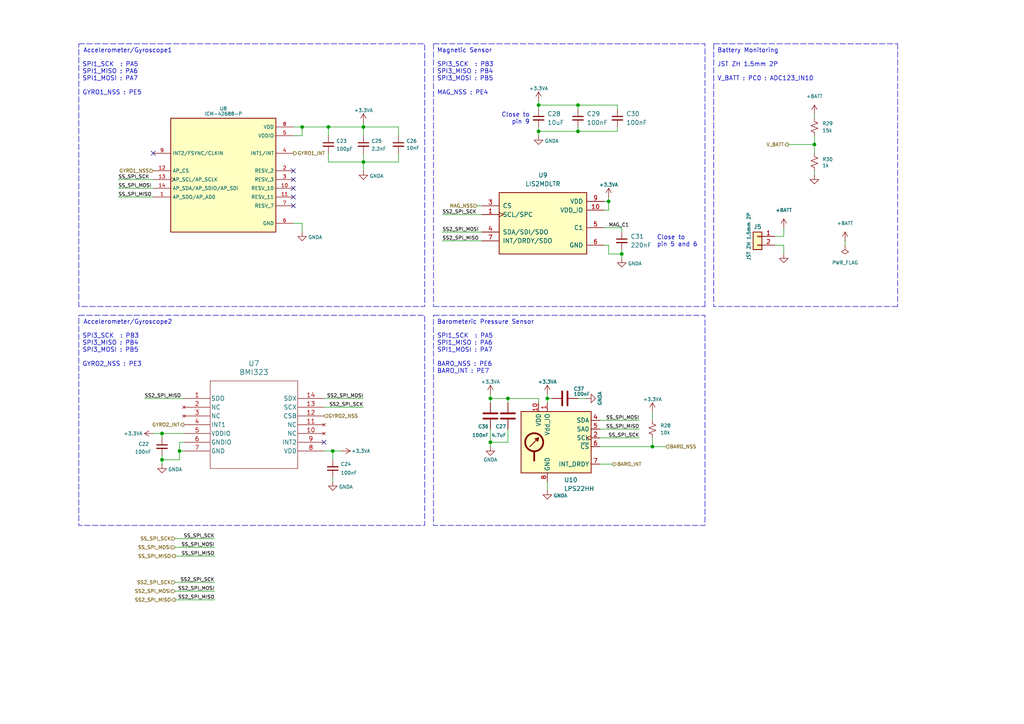
<source format=kicad_sch>
(kicad_sch (version 20250114) (generator "eeschema") (generator_version "9.0")
  (paper "A4")
  (title_block (title "Sensors") (date "2025-04-13") (rev "A") (company "NARAE") (comment 1 "INHA Univ. Areo-modelling Club") (comment 2 "2024 Winter UAV Project ") (comment 3 "Reversion 2"))
  (lib_symbols
    (symbol "+BATT_3" (power) (pin_numbers (hide yes)) (pin_names (offset 0) (hide yes))
      (property "Value" "+BATT" (at 0 3.556 0))
      (symbol "+BATT_3_0_1"
        (polyline (pts (xy -0.762 1.27) (xy 0 2.54)))
        (polyline (pts (xy 0 2.54) (xy 0.762 1.27)))
        (polyline (pts (xy 0 0) (xy 0 2.54)))
      )
      (symbol "+BATT_3_1_1"
        (pin power_in line (at 0 0 90) (length 0) (name "~") (number "1"))
      )
    )
    (symbol "BMI323:BMI323" (pin_names (offset 0.254))
      (property "Reference" "U6" (at 20.32 10.16 0))
      (property "Value" "BMI323" (at 20.32 7.62 0))
      (symbol "BMI323_0_1"
        (polyline (pts (xy 7.62 5.08) (xy 7.62 -20.32)) (stroke (width 0.127)))
        (polyline (pts (xy 7.62 -20.32) (xy 33.02 -20.32)) (stroke (width 0.127)))
        (polyline (pts (xy 33.02 5.08) (xy 7.62 5.08)) (stroke (width 0.127)))
        (polyline (pts (xy 33.02 -20.32) (xy 33.02 5.08)) (stroke (width 0.127)))
        (pin bidirectional line (at 0 0 0) (length 7.62) (name "SDO") (number "1"))
        (pin no_connect line (at 0 -2.54 0) (length 7.62) (name "NC") (number "2"))
        (pin no_connect line (at 0 -5.08 0) (length 7.62) (name "NC") (number "3"))
        (pin bidirectional line (at 0 -7.62 0) (length 7.62) (name "INT1") (number "4"))
        (pin power_in line (at 0 -10.16 0) (length 7.62) (name "VDDIO") (number "5"))
        (pin power_in line (at 0 -12.7 0) (length 7.62) (name "GNDIO") (number "6"))
        (pin bidirectional line (at 40.64 0 180) (length 7.62) (name "SDX") (number "14"))
        (pin input line (at 40.64 -2.54 180) (length 7.62) (name "SCX") (number "13"))
        (pin input line (at 40.64 -5.08 180) (length 7.62) (name "CSB") (number "12"))
        (pin no_connect line (at 40.64 -7.62 180) (length 7.62) (name "NC") (number "11"))
        (pin no_connect line (at 40.64 -10.16 180) (length 7.62) (name "NC") (number "10"))
        (pin bidirectional line (at 40.64 -12.7 180) (length 7.62) (name "INT2") (number "9"))
        (pin power_in line (at 40.64 -15.24 180) (length 7.62) (name "VDD") (number "8"))
      )
      (symbol "BMI323_1_1"
        (pin power_in line (at 0 -15.24 0) (length 7.62) (name "GND") (number "7"))
      )
    )
    (symbol "Connector_Generic:Conn_01x02" (pin_names (offset 1.016) (hide yes))
      (property "Reference" "J" (at 0 2.54 0))
      (property "Value" "Conn_01x02" (at 0 -5.08 0))
      (symbol "Conn_01x02_1_1"
        (rectangle (start -1.27 1.27) (end 1.27 -3.81) (stroke (width 0.254)) (fill (type background)))
        (rectangle (start -1.27 0.127) (end 0 -0.127) (stroke (width 0.1524)))
        (rectangle (start -1.27 -2.413) (end 0 -2.667) (stroke (width 0.1524)))
        (pin passive line (at -5.08 0 0) (length 3.81) (name "Pin_1") (number "1"))
        (pin passive line (at -5.08 -2.54 0) (length 3.81) (name "Pin_2") (number "2"))
      )
    )
    (symbol "Device:C" (pin_numbers (hide yes)) (pin_names (offset 0.254))
      (property "Reference" "C" (at 0.635 2.54 0))
      (property "Value" "C" (at 0.635 -2.54 0))
      (symbol "C_0_1"
        (polyline (pts (xy -2.032 0.762) (xy 2.032 0.762)) (stroke (width 0.508)))
        (polyline (pts (xy -2.032 -0.762) (xy 2.032 -0.762)) (stroke (width 0.508)))
      )
      (symbol "C_1_1"
        (pin passive line (at 0 3.81 270) (length 2.794) (name "~") (number "1"))
        (pin passive line (at 0 -3.81 90) (length 2.794) (name "~") (number "2"))
      )
    )
    (symbol "Device:C_Small" (pin_numbers (hide yes)) (pin_names (offset 0.254) (hide yes))
      (property "Reference" "C" (at 0.254 1.778 0))
      (property "Value" "C_Small" (at 0.254 -2.032 0))
      (symbol "C_Small_0_1"
        (polyline (pts (xy -1.524 0.508) (xy 1.524 0.508)) (stroke (width 0.3048)))
        (polyline (pts (xy -1.524 -0.508) (xy 1.524 -0.508)) (stroke (width 0.3302)))
      )
      (symbol "C_Small_1_1"
        (pin passive line (at 0 2.54 270) (length 2.032) (name "~") (number "1"))
        (pin passive line (at 0 -2.54 90) (length 2.032) (name "~") (number "2"))
      )
    )
    (symbol "Device:R_Small_US" (pin_numbers (hide yes)) (pin_names (offset 0.254) (hide yes))
      (property "Reference" "R" (at 0.762 0.508 0))
      (property "Value" "R_Small_US" (at 0.762 -1.016 0))
      (symbol "R_Small_US_1_1"
        (polyline (pts (xy 0 1.524) (xy 1.016 1.143) (xy 0 0.762) (xy -1.016 0.381) (xy 0 0)))
        (polyline (pts (xy 0 0) (xy 1.016 -0.381) (xy 0 -0.762) (xy -1.016 -1.143) (xy 0 -1.524)))
        (pin passive line (at 0 2.54 270) (length 1.016) (name "~") (number "1"))
        (pin passive line (at 0 -2.54 90) (length 1.016) (name "~") (number "2"))
      )
    )
    (symbol "ICM-42688-P:ICM-42688-P_COMPACT"
      (property "Reference" "U" (at -0.254 18.542 0))
      (symbol "ICM-42688-P_COMPACT_0_0"
        (rectangle (start -15.24 16.51) (end 15.24 -16.51) (stroke (width 0.254)) (fill (type background)))
        (pin bidirectional line (at -20.32 6.35 0) (length 5.08) (name "INT2/FSYNC/CLKIN") (number "9"))
        (pin input line (at -20.32 1.27 0) (length 5.08) (name "AP_CS") (number "12"))
        (pin input clock (at -20.32 -1.27 0) (length 5.08) (name "AP_SCL/AP_SCLK") (number "13"))
        (pin bidirectional line (at -20.32 -3.81 0) (length 5.08) (name "AP_SDA/AP_SDIO/AP_SDI") (number "14"))
        (pin bidirectional line (at -20.32 -6.35 0) (length 5.08) (name "AP_SDO/AP_AD0") (number "1"))
        (pin power_in line (at 20.32 13.97 180) (length 5.08) (name "VDD") (number "8"))
        (pin power_in line (at 20.32 11.43 180) (length 5.08) (name "VDDIO") (number "5"))
        (pin output line (at 20.32 6.35 180) (length 5.08) (name "INT1/INT") (number "4"))
        (pin passive line (at 20.32 1.27 180) (length 5.08) (name "RESV_2") (number "2"))
        (pin passive line (at 20.32 -1.27 180) (length 5.08) (name "RESV_3") (number "3"))
        (pin passive line (at 20.32 -3.81 180) (length 5.08) (name "RESV_10") (number "10"))
        (pin passive line (at 20.32 -6.35 180) (length 5.08) (name "RESV_11") (number "11"))
        (pin passive line (at 20.32 -8.89 180) (length 5.08) (name "RESV_7") (number "7"))
        (pin power_in line (at 20.32 -13.97 180) (length 5.08) (name "GND") (number "6"))
      )
    )
    (symbol "LIS2MDLTR:LIS2MDLTR" (pin_names (offset 1.016))
      (property "Reference" "U5" (at 0 13.97 0))
      (property "Value" "LIS2MDLTR" (at 0 11.43 0))
      (symbol "LIS2MDLTR_0_0"
        (rectangle (start -12.7 8.89) (end 12.7 -8.89) (stroke (width 0.254)) (fill (type background)))
        (pin input line (at -17.78 5.08 0) (length 5.08) (name "CS") (number "3"))
        (pin input clock (at -17.78 2.54 0) (length 5.08) (name "SCL/SPC") (number "1"))
        (pin bidirectional line (at -17.78 -2.54 0) (length 5.08) (name "SDA/SDI/SDO") (number "4"))
        (pin bidirectional line (at -17.78 -5.08 0) (length 5.08) (name "INT/DRDY/SDO") (number "7"))
        (pin no_connect line (at -2.54 -13.97 90) (length 5.08) (hide yes) (name "NC1") (number "2"))
        (pin no_connect line (at 0 -13.97 90) (length 5.08) (hide yes) (name "NC2") (number "11"))
        (pin no_connect line (at 2.54 -13.97 90) (length 5.08) (hide yes) (name "NC3") (number "12"))
        (pin power_in line (at 17.78 6.35 180) (length 5.08) (name "VDD") (number "9"))
        (pin power_in line (at 17.78 3.81 180) (length 5.08) (name "VDD_IO") (number "10"))
        (pin passive line (at 17.78 -1.27 180) (length 5.08) (name "C1") (number "5"))
        (pin power_in line (at 17.78 -6.35 180) (length 5.08) (name "GND") (number "6"))
        (pin power_in line (at 17.78 -6.35 180) (length 5.08) (hide yes) (name "GND") (number "8"))
      )
    )
    (symbol "Sensor_Pressure:LPS22HH"
      (property "Reference" "U" (at -11.43 1.27 0))
      (property "Value" "LPS22HH" (at -11.43 -1.27 0))
      (symbol "LPS22HH_0_1"
        (rectangle (start -10.16 10.16) (end 10.16 -7.62) (stroke (width 0.254)) (fill (type background)))
        (polyline (pts (xy -7.62 0) (xy -5.08 2.54)) (stroke (width 0.254)))
        (circle (center -6.35 1.27) (radius 2.6162) (stroke (width 0.508)))
        (polyline (pts (xy -6.35 -1.524) (xy -6.35 -4.064)) (stroke (width 0.508)))
        (polyline (pts (xy -5.08 2.54) (xy -5.334 1.524) (xy -6.096 2.286) (xy -5.08 2.54)) (stroke (width 0.254)) (fill (type outline)))
      )
      (symbol "LPS22HH_1_1"
        (pin power_in line (at -5.08 12.7 270) (length 2.54) (name "VDD") (number "10"))
        (pin power_in line (at -2.54 12.7 270) (length 2.54) (name "Vdd_IO") (number "1"))
        (pin passive line (at -2.54 -10.16 90) (length 2.54) (hide yes) (name "GND") (number "3"))
        (pin power_in line (at -2.54 -10.16 90) (length 2.54) (name "GND") (number "8"))
        (pin passive line (at -2.54 -10.16 90) (length 2.54) (hide yes) (name "GND") (number "9"))
        (pin bidirectional line (at 12.7 7.62 180) (length 2.54) (name "SDA") (number "4"))
        (pin input line (at 12.7 5.08 180) (length 2.54) (name "SA0") (number "5"))
        (pin input clock (at 12.7 2.54 180) (length 2.54) (name "SCL") (number "2"))
        (pin input line (at 12.7 0 180) (length 2.54) (name "~{CS}") (number "6"))
        (pin output line (at 12.7 -5.08 180) (length 2.54) (name "INT_DRDY") (number "7"))
      )
    )
    (symbol "power:+3.3VA" (power) (pin_numbers (hide yes)) (pin_names (offset 0) (hide yes))
      (property "Value" "+3.3VA" (at 0 3.556 0))
      (symbol "+3.3VA_0_1"
        (polyline (pts (xy -0.762 1.27) (xy 0 2.54)))
        (polyline (pts (xy 0 2.54) (xy 0.762 1.27)))
        (polyline (pts (xy 0 0) (xy 0 2.54)))
      )
      (symbol "+3.3VA_1_1"
        (pin power_in line (at 0 0 90) (length 0) (name "~") (number "1"))
      )
    )
    (symbol "power:+BATT" (power) (pin_numbers (hide yes)) (pin_names (offset 0) (hide yes))
      (property "Value" "+BATT" (at 0 3.556 0))
      (symbol "+BATT_0_1"
        (polyline (pts (xy -0.762 1.27) (xy 0 2.54)))
        (polyline (pts (xy 0 2.54) (xy 0.762 1.27)))
        (polyline (pts (xy 0 0) (xy 0 2.54)))
      )
      (symbol "+BATT_1_1"
        (pin power_in line (at 0 0 90) (length 0) (name "~") (number "1"))
      )
    )
    (symbol "power:GND" (power) (pin_numbers (hide yes)) (pin_names (offset 0) (hide yes))
      (property "Value" "GND" (at 0 -3.81 0))
      (symbol "GND_0_1"
        (polyline (pts (xy 0 0) (xy 0 -1.27) (xy 1.27 -1.27) (xy 0 -2.54) (xy -1.27 -1.27) (xy 0 -1.27)))
      )
      (symbol "GND_1_1"
        (pin power_in line (at 0 0 270) (length 0) (name "~") (number "1"))
      )
    )
    (symbol "power:GNDA" (power) (pin_numbers (hide yes)) (pin_names (offset 0) (hide yes))
      (property "Value" "GNDA" (at 0 -3.81 0))
      (symbol "GNDA_0_1"
        (polyline (pts (xy 0 0) (xy 0 -1.27) (xy 1.27 -1.27) (xy 0 -2.54) (xy -1.27 -1.27) (xy 0 -1.27)))
      )
      (symbol "GNDA_1_1"
        (pin power_in line (at 0 0 270) (length 0) (name "~") (number "1"))
      )
    )
    (symbol "power:PWR_FLAG" (power) (pin_numbers (hide yes)) (pin_names (offset 0) (hide yes))
      (property "Value" "PWR_FLAG" (at 0 3.81 0))
      (symbol "PWR_FLAG_0_0"
        (pin power_out line (at 0 0 90) (length 0) (name "~") (number "1"))
      )
      (symbol "PWR_FLAG_0_1"
        (polyline (pts (xy 0 0) (xy 0 1.27) (xy -1.016 1.905) (xy 0 2.54) (xy 1.016 1.905) (xy 0 1.27)))
      )
    )
  )
  (rectangle (start 125.73 91.44) (end 204.47 152.4) (stroke (width 0) (type dash)))
  (rectangle (start 22.86 12.7) (end 123.19 88.9) (stroke (width 0) (type dash)))
  (rectangle (start 22.86 91.44) (end 123.19 152.4) (stroke (width 0) (type dash)))
  (text "Close to\npin 9" (at 153.67 36.195 0) (effects (font (size 1.27 1.27)) (justify right bottom)))
  (text "Magnetic Sensor" (at 126.746 15.494 0) (effects (font (size 1.27 1.27)) (justify left bottom)))
  (text "Barometeric Pressure Sensor" (at 126.746 94.234 0) (effects (font (size 1.27 1.27)) (justify left bottom)))
  (text "Battery Monitoring" (at 208.026 15.494 0) (effects (font (size 1.27 1.27)) (justify left bottom)))
  (text "Accelerometer/Gyroscope1" (at 24.13 15.494 0) (effects (font (size 1.27 1.27)) (justify left bottom)))
  (text "SPI3_SCK  : PB3\nSPI3_MISO : PB4\nSPI3_MOSI : PB5\n\nGYRO2_NSS : PE3" (at 23.876 96.774 0) (effects (font (size 1.27 1.27)) (justify left top)))
  (text "SPI1_SCK  : PA5\nSPI1_MISO : PA6\nSPI1_MOSI : PA7\n\nBARO_NSS : PE6\nBARO_INT : PE7" (at 126.746 96.774 0) (effects (font (size 1.27 1.27)) (justify left top)))
  (text "JST ZH 1.5mm 2P\n\nV_BATT : PC0 : ADC123_IN10" (at 208.026 18.034 0) (effects (font (size 1.27 1.27)) (justify left top)))
  (text "SPI1_SCK  : PA5\nSPI1_MISO : PA6\nSPI1_MOSI : PA7\n\nGYRO1_NSS : PE5" (at 23.876 18.034 0) (effects (font (size 1.27 1.27)) (justify left top)))
  (text "Accelerometer/Gyroscope2" (at 24.13 94.234 0) (effects (font (size 1.27 1.27)) (justify left bottom)))
  (text "Close to\npin 5 and 6" (at 190.5 71.755 0) (effects (font (size 1.27 1.27)) (justify left bottom)))
  (text "SPI3_SCK  : PB3\nSPI3_MISO : PB4\nSPI3_MOSI : PB5\n\nMAG_NSS : PE4" (at 126.746 18.034 0) (effects (font (size 1.27 1.27)) (justify left top)))
  (junction (at 46.99 125.73))
  (junction (at 176.53 58.42))
  (junction (at 96.52 130.81))
  (junction (at 105.41 36.83))
  (junction (at 180.34 73.66))
  (junction (at 236.22 41.91))
  (junction (at 105.41 46.99))
  (junction (at 87.63 36.83))
  (junction (at 189.23 129.54))
  (junction (at 167.64 38.1))
  (junction (at 46.99 133.35))
  (junction (at 158.75 115.57))
  (junction (at 147.32 115.57))
  (junction (at 142.24 115.57))
  (junction (at 156.21 38.1))
  (junction (at 142.24 128.27))
  (junction (at 167.64 30.48))
  (junction (at 52.07 130.81))
  (junction (at 156.21 30.48))
  (junction (at 95.25 36.83))
  (no_connect (at 85.09 54.61))
  (no_connect (at 93.98 128.27))
  (no_connect (at 85.09 52.07))
  (no_connect (at 85.09 59.69))
  (no_connect (at 44.45 44.45))
  (no_connect (at 85.09 49.53))
  (no_connect (at 85.09 57.15))
  (wire (pts (xy 85.09 64.77) (xy 87.63 64.77)))
  (wire (pts (xy 179.07 36.83) (xy 179.07 38.1)))
  (wire (pts (xy 50.8 158.75) (xy 62.23 158.75)))
  (wire (pts (xy 52.07 130.81) (xy 52.07 133.35)))
  (wire (pts (xy 236.22 49.53) (xy 236.22 50.8)))
  (wire (pts (xy 142.24 114.3) (xy 142.24 115.57)))
  (polyline (pts (xy 260.35 12.7) (xy 260.35 88.9)) (stroke (width 0) (type dash)))
  (wire (pts (xy 142.24 115.57) (xy 147.32 115.57)))
  (wire (pts (xy 105.41 44.45) (xy 105.41 46.99)))
  (wire (pts (xy 189.23 129.54) (xy 193.04 129.54)))
  (polyline (pts (xy 125.73 88.9) (xy 204.47 88.9)) (stroke (width 0) (type dash)))
  (wire (pts (xy 95.25 44.45) (xy 95.25 46.99)))
  (wire (pts (xy 175.26 60.96) (xy 176.53 60.96)))
  (wire (pts (xy 147.32 115.57) (xy 156.21 115.57)))
  (polyline (pts (xy 125.73 12.7) (xy 125.73 88.9)) (stroke (width 0) (type dash)))
  (wire (pts (xy 105.41 36.83) (xy 105.41 39.37)))
  (wire (pts (xy 176.53 58.42) (xy 176.53 60.96)))
  (wire (pts (xy 236.22 41.91) (xy 236.22 44.45)))
  (wire (pts (xy 245.11 69.85) (xy 245.11 71.12)))
  (wire (pts (xy 173.99 121.92) (xy 185.42 121.92)))
  (wire (pts (xy 128.27 67.31) (xy 139.7 67.31)))
  (wire (pts (xy 158.75 114.3) (xy 158.75 115.57)))
  (wire (pts (xy 179.07 31.75) (xy 179.07 30.48)))
  (wire (pts (xy 34.29 57.15) (xy 44.45 57.15)))
  (wire (pts (xy 95.25 36.83) (xy 95.25 39.37)))
  (wire (pts (xy 236.22 41.91) (xy 228.6 41.91)))
  (wire (pts (xy 175.26 71.12) (xy 176.53 71.12)))
  (wire (pts (xy 167.64 38.1) (xy 156.21 38.1)))
  (wire (pts (xy 52.07 130.81) (xy 53.34 130.81)))
  (wire (pts (xy 50.8 161.29) (xy 62.23 161.29)))
  (wire (pts (xy 41.91 115.57) (xy 53.34 115.57)))
  (wire (pts (xy 167.64 115.57) (xy 170.18 115.57)))
  (wire (pts (xy 227.33 66.04) (xy 227.33 68.58)))
  (wire (pts (xy 173.99 129.54) (xy 189.23 129.54)))
  (wire (pts (xy 85.09 36.83) (xy 87.63 36.83)))
  (wire (pts (xy 95.25 46.99) (xy 105.41 46.99)))
  (wire (pts (xy 176.53 71.12) (xy 176.53 73.66)))
  (wire (pts (xy 227.33 71.12) (xy 227.33 73.66)))
  (wire (pts (xy 95.25 36.83) (xy 105.41 36.83)))
  (wire (pts (xy 93.98 118.11) (xy 105.41 118.11)))
  (polyline (pts (xy 207.01 12.7) (xy 260.35 12.7)) (stroke (width 0) (type dash)))
  (wire (pts (xy 96.52 130.81) (xy 96.52 133.35)))
  (wire (pts (xy 53.34 128.27) (xy 52.07 128.27)))
  (wire (pts (xy 236.22 39.37) (xy 236.22 41.91)))
  (wire (pts (xy 180.34 66.04) (xy 180.34 67.31)))
  (wire (pts (xy 87.63 36.83) (xy 87.63 39.37)))
  (wire (pts (xy 142.24 128.27) (xy 142.24 129.54)))
  (wire (pts (xy 50.8 156.21) (xy 62.23 156.21)))
  (wire (pts (xy 115.57 46.99) (xy 115.57 44.45)))
  (wire (pts (xy 185.42 124.46) (xy 173.99 124.46)))
  (wire (pts (xy 50.8 168.91) (xy 62.23 168.91)))
  (polyline (pts (xy 207.01 12.7) (xy 207.01 88.9)) (stroke (width 0) (type dash)))
  (wire (pts (xy 138.43 59.69) (xy 139.7 59.69)))
  (wire (pts (xy 173.99 134.62) (xy 177.8 134.62)))
  (wire (pts (xy 156.21 30.48) (xy 156.21 31.75)))
  (polyline (pts (xy 204.47 88.9) (xy 204.47 12.7)) (stroke (width 0) (type dash)))
  (wire (pts (xy 46.99 132.08) (xy 46.99 133.35)))
  (wire (pts (xy 52.07 128.27) (xy 52.07 130.81)))
  (wire (pts (xy 46.99 133.35) (xy 46.99 134.62)))
  (wire (pts (xy 167.64 38.1) (xy 179.07 38.1)))
  (wire (pts (xy 185.42 127) (xy 173.99 127)))
  (wire (pts (xy 93.98 115.57) (xy 105.41 115.57)))
  (wire (pts (xy 34.29 52.07) (xy 44.45 52.07)))
  (wire (pts (xy 158.75 139.7) (xy 158.75 142.24)))
  (wire (pts (xy 147.32 124.46) (xy 147.32 128.27)))
  (wire (pts (xy 189.23 119.38) (xy 189.23 121.92)))
  (wire (pts (xy 85.09 39.37) (xy 87.63 39.37)))
  (wire (pts (xy 128.27 69.85) (xy 139.7 69.85)))
  (wire (pts (xy 175.26 58.42) (xy 176.53 58.42)))
  (wire (pts (xy 180.34 73.66) (xy 180.34 74.93)))
  (wire (pts (xy 93.98 130.81) (xy 96.52 130.81)))
  (wire (pts (xy 105.41 35.56) (xy 105.41 36.83)))
  (wire (pts (xy 158.75 115.57) (xy 160.02 115.57)))
  (wire (pts (xy 156.21 38.1) (xy 156.21 39.37)))
  (polyline (pts (xy 125.73 12.7) (xy 204.47 12.7)) (stroke (width 0) (type dash)))
  (wire (pts (xy 142.24 124.46) (xy 142.24 128.27)))
  (wire (pts (xy 156.21 29.21) (xy 156.21 30.48)))
  (wire (pts (xy 128.27 62.23) (xy 139.7 62.23)))
  (wire (pts (xy 46.99 125.73) (xy 46.99 127)))
  (wire (pts (xy 50.8 171.45) (xy 62.23 171.45)))
  (wire (pts (xy 176.53 57.15) (xy 176.53 58.42)))
  (wire (pts (xy 156.21 30.48) (xy 167.64 30.48)))
  (wire (pts (xy 167.64 30.48) (xy 167.64 31.75)))
  (wire (pts (xy 176.53 73.66) (xy 180.34 73.66)))
  (wire (pts (xy 105.41 46.99) (xy 105.41 49.53)))
  (wire (pts (xy 236.22 33.02) (xy 236.22 34.29)))
  (wire (pts (xy 167.64 30.48) (xy 179.07 30.48)))
  (wire (pts (xy 156.21 36.83) (xy 156.21 38.1)))
  (wire (pts (xy 105.41 46.99) (xy 115.57 46.99)))
  (wire (pts (xy 224.79 71.12) (xy 227.33 71.12)))
  (polyline (pts (xy 260.35 88.9) (xy 207.01 88.9)) (stroke (width 0) (type dash)))
  (wire (pts (xy 46.99 133.35) (xy 52.07 133.35)))
  (wire (pts (xy 105.41 36.83) (xy 115.57 36.83)))
  (wire (pts (xy 115.57 36.83) (xy 115.57 39.37)))
  (wire (pts (xy 87.63 64.77) (xy 87.63 67.31)))
  (wire (pts (xy 156.21 116.84) (xy 156.21 115.57)))
  (wire (pts (xy 34.29 54.61) (xy 44.45 54.61)))
  (wire (pts (xy 167.64 36.83) (xy 167.64 38.1)))
  (wire (pts (xy 224.79 68.58) (xy 227.33 68.58)))
  (wire (pts (xy 142.24 116.84) (xy 142.24 115.57)))
  (wire (pts (xy 175.26 66.04) (xy 180.34 66.04)))
  (wire (pts (xy 87.63 36.83) (xy 95.25 36.83)))
  (wire (pts (xy 142.24 128.27) (xy 147.32 128.27)))
  (wire (pts (xy 147.32 115.57) (xy 147.32 116.84)))
  (wire (pts (xy 46.99 125.73) (xy 53.34 125.73)))
  (wire (pts (xy 180.34 72.39) (xy 180.34 73.66)))
  (wire (pts (xy 44.45 125.73) (xy 46.99 125.73)))
  (wire (pts (xy 50.8 173.99) (xy 62.23 173.99)))
  (wire (pts (xy 96.52 138.43) (xy 96.52 139.7)))
  (wire (pts (xy 158.75 115.57) (xy 158.75 116.84)))
  (wire (pts (xy 96.52 130.81) (xy 99.06 130.81)))
  (wire (pts (xy 189.23 127) (xy 189.23 129.54)))
  (label "SS2_SPI_MOSI" (at 62.23 171.45 180) (effects (font (size 1 1))))
  (label "SS_SPI_SCK" (at 62.23 156.21 180) (effects (font (size 1 1))))
  (label "SS2_SPI_MOSI" (at 105.41 115.57 180) (effects (font (size 1 1))))
  (label "SS_SPI_MOSI" (at 34.29 54.61 0) (effects (font (size 1 1))))
  (label "SS2_SPI_MOSI" (at 128.27 67.31 0) (effects (font (size 1 1))))
  (label "SS2_SPI_MISO" (at 128.27 69.85 0) (effects (font (size 1 1))))
  (label "MAG_C1" (at 176.53 66.04 0) (effects (font (size 1 1))))
  (label "SS2_SPI_SCK" (at 128.27 62.23 0) (effects (font (size 1 1))))
  (label "SS_SPI_SCK" (at 185.42 127 180) (effects (font (size 1 1))))
  (label "SS_SPI_MISO" (at 185.42 124.46 180) (effects (font (size 1 1))))
  (label "SS_SPI_MOSI" (at 185.42 121.92 180) (effects (font (size 1 1))))
  (label "SS2_SPI_SCK" (at 62.23 168.91 180) (effects (font (size 1 1))))
  (label "SS_SPI_SCK" (at 34.29 52.07 0) (effects (font (size 1 1))))
  (label "SS_SPI_MISO" (at 62.23 161.29 180) (effects (font (size 1 1))))
  (label "SS2_SPI_MISO" (at 62.23 173.99 180) (effects (font (size 1 1))))
  (label "SS2_SPI_MISO" (at 41.91 115.57 0) (effects (font (size 1 1))))
  (label "SS_SPI_MISO" (at 34.29 57.15 0) (effects (font (size 1 1))))
  (label "SS_SPI_MOSI" (at 62.23 158.75 180) (effects (font (size 1 1))))
  (label "SS2_SPI_SCK" (at 105.41 118.11 180) (effects (font (size 1 1))))
  (hierarchical_label "SS2_SPI_SCK" (shape input) (at 50.8 168.91 180) (effects (font (size 1 1))))
  (hierarchical_label "BARO_INT" (shape output) (at 177.8 134.62 0) (effects (font (size 1 1))))
  (hierarchical_label "GYRO2_NSS" (shape input) (at 93.98 120.65 0) (effects (font (size 1 1))))
  (hierarchical_label "GYRO1_INT" (shape output) (at 85.09 44.45 0) (effects (font (size 1 1))))
  (hierarchical_label "GYRO2_INT" (shape output) (at 53.34 123.19 180) (effects (font (size 1 1))))
  (hierarchical_label "SS_SPI_MISO" (shape output) (at 50.8 161.29 180) (effects (font (size 1 1))))
  (hierarchical_label "SS_SPI_MOSI" (shape input) (at 50.8 158.75 180) (effects (font (size 1 1))))
  (hierarchical_label "BARO_NSS" (shape input) (at 193.04 129.54 0) (effects (font (size 1 1))))
  (hierarchical_label "SS2_SPI_MOSI" (shape input) (at 50.8 171.45 180) (effects (font (size 1 1))))
  (hierarchical_label "V_BATT" (shape output) (at 228.6 41.91 180) (effects (font (size 1 1))))
  (hierarchical_label "MAG_NSS" (shape input) (at 138.43 59.69 180) (effects (font (size 1 1))))
  (hierarchical_label "SS_SPI_SCK" (shape input) (at 50.8 156.21 180) (effects (font (size 1 1))))
  (hierarchical_label "GYRO1_NSS" (shape input) (at 44.45 49.53 180) (effects (font (size 1 1))))
  (hierarchical_label "SS2_SPI_MISO" (shape output) (at 50.8 173.99 180) (effects (font (size 1 1))))
  (symbol (lib_id "power:+3.3VA") (at 44.45 125.73 90) (unit 1)
    (property "Reference" "#PWR063" (effects (hide yes)))
    (property "Value" "+3.3VA" (at 38.608 125.73 90) (effects (font (size 1 1))))
    (property "Description" "Power symbol creates a global label with name \"+3.3VA\"" (effects (hide yes)))
  )
  (symbol (lib_id "power:+3.3VA") (at 99.06 130.81 270) (unit 1)
    (property "Reference" "#PWR067" (effects (hide yes)))
    (property "Value" "+3.3VA" (at 104.648 130.81 90) (effects (font (size 1 1))))
    (property "Description" "Power symbol creates a global label with name \"+3.3VA\"" (effects (hide yes)))
  )
  (symbol (lib_id "Device:C_Small") (at 105.41 41.91 0) (unit 1)
    (property "Reference" "C25" (at 107.696 40.894 0) (effects (font (size 1 1)) (justify left)))
    (property "Value" "2.2nF" (at 107.696 43.18 0) (effects (font (size 1 1)) (justify left)))
    (property "Footprint" "Capacitor_SMD:C_0402_1005Metric" (effects (hide yes)))
    (property "LCSC" "C84703" (effects (hide yes)))
  )
  (symbol (lib_id "Connector_Generic:Conn_01x02") (at 219.71 68.58 0) (mirror y) (unit 1)
    (property "Reference" "J5" (at 219.71 65.786 0))
    (property "Value" "JST ZH 1.5mm 2P" (at 217.17 68.58 90) (effects (font (size 1 1))))
    (property "Footprint" "JST_ZH:JST_ZH_S2B-ZR-SM4A-TF_1x02-1MP_P1.50mm_Horizontal" (effects (hide yes)))
    (property "Description" "Generic connector, single row, 01x02, script generated (kicad-library-utils/schlib/autogen/connector/)" (effects (hide yes)))
    (property "LCSC" "C265329" (effects (hide yes)))
  )
  (symbol (lib_name "+BATT_3") (lib_id "power:+BATT") (at 245.11 69.85 0) (unit 1)
    (property "Reference" "#PWR081" (effects (hide yes)))
    (property "Value" "+BATT" (at 245.11 64.77 0) (effects (font (size 1 1))))
    (property "Description" "Power symbol creates a global label with name \"+BATT\"" (effects (hide yes)))
  )
  (symbol (lib_id "power:GND") (at 227.33 73.66 0) (unit 1)
    (property "Reference" "#PWR078" (effects (hide yes)))
    (property "Value" "GND" (effects (hide yes)))
    (property "Description" "Power symbol creates a global label with name \"GND\" , ground" (effects (hide yes)))
  )
  (symbol (lib_id "Device:C_Small") (at 46.99 129.54 0) (unit 1)
    (property "Reference" "C22" (at 40.132 128.778 0) (effects (font (size 1 1)) (justify left)))
    (property "Value" "100nF" (at 39.116 131.064 0) (effects (font (size 1 1)) (justify left)))
    (property "Footprint" "Capacitor_SMD:C_0402_1005Metric" (effects (hide yes)))
    (property "LCSC" "C1525" (effects (hide yes)))
  )
  (symbol (lib_id "power:+3.3VA") (at 176.53 57.15 0) (unit 1)
    (property "Reference" "#PWR074" (effects (hide yes)))
    (property "Value" "+3.3VA" (at 176.53 53.594 0) (effects (font (size 1 1))))
    (property "Description" "Power symbol creates a global label with name \"+3.3VA\"" (effects (hide yes)))
  )
  (symbol (lib_id "Device:R_Small_US") (at 236.22 36.83 0) (unit 1)
    (property "Reference" "R29" (at 238.506 35.814 0) (effects (font (size 1 1)) (justify left)))
    (property "Value" "15k" (at 238.506 37.846 0) (effects (font (size 1 1)) (justify left)))
    (property "Footprint" "Resistor_SMD:R_0402_1005Metric" (effects (hide yes)))
    (property "Description" "Resistor, small US symbol" (effects (hide yes)))
    (property "LCSC" "C25539" (effects (hide yes)))
  )
  (symbol (lib_id "power:+3.3VA") (at 105.41 35.56 0) (unit 1)
    (property "Reference" "#PWR068" (effects (hide yes)))
    (property "Value" "+3.3VA" (at 105.41 32.004 0) (effects (font (size 1 1))))
    (property "Description" "Power symbol creates a global label with name \"+3.3VA\"" (effects (hide yes)))
  )
  (symbol (lib_id "power:+BATT") (at 227.33 66.04 0) (unit 1)
    (property "Reference" "#PWR077" (effects (hide yes)))
    (property "Value" "+BATT" (at 227.33 60.96 0) (effects (font (size 1 1))))
    (property "Description" "Power symbol creates a global label with name \"+BATT\"" (effects (hide yes)))
  )
  (symbol (lib_id "power:GNDA") (at 170.18 115.57 90) (unit 1)
    (property "Reference" "#PWR0131" (effects (hide yes)))
    (property "Value" "GNDA" (at 173.99 115.57 0) (effects (font (size 1 1))))
    (property "Description" "Power symbol creates a global label with name \"GNDA\" , analog ground" (effects (hide yes)))
  )
  (symbol (lib_id "power:PWR_FLAG") (at 245.11 71.12 180) (unit 1)
    (property "Reference" "#FLG07" (effects (hide yes)))
    (property "Value" "PWR_FLAG" (at 245.11 76.2 0) (effects (font (size 1 1))))
    (property "Description" "Special symbol for telling ERC where power comes from" (effects (hide yes)))
  )
  (symbol (lib_id "Device:C_Small") (at 115.57 41.91 0) (unit 1)
    (property "Reference" "C26" (at 117.856 40.894 0) (effects (font (size 1 1)) (justify left)))
    (property "Value" "10nF" (at 117.856 42.926 0) (effects (font (size 1 1)) (justify left)))
    (property "Footprint" "Capacitor_SMD:C_0402_1005Metric" (effects (hide yes)))
    (property "LCSC" "C15195" (effects (hide yes)))
  )
  (symbol (lib_id "Device:C_Small") (at 180.34 69.85 0) (unit 1)
    (property "Reference" "C31" (at 182.88 68.5862 0) (effects (justify left)))
    (property "Value" "220nF" (at 182.88 71.1262 0) (effects (justify left)))
    (property "Footprint" "Capacitor_SMD:C_0402_1005Metric" (effects (hide yes)))
    (property "LCSC" "C16651" (effects (hide yes)))
  )
  (symbol (lib_id "power:GND") (at 236.22 50.8 0) (unit 1)
    (property "Reference" "#PWR080" (effects (hide yes)))
    (property "Value" "GND" (effects (hide yes)))
    (property "Description" "Power symbol creates a global label with name \"GND\" , ground" (effects (hide yes)))
  )
  (symbol (lib_id "Device:C_Small") (at 95.25 41.91 0) (unit 1)
    (property "Reference" "C23" (at 97.536 40.894 0) (effects (font (size 1 1)) (justify left)))
    (property "Value" "100pF" (at 97.536 43.18 0) (effects (font (size 1 1)) (justify left)))
    (property "Footprint" "Capacitor_SMD:C_0402_1005Metric" (effects (hide yes)))
    (property "LCSC" "C152819" (effects (hide yes)))
  )
  (symbol (lib_id "power:GNDA") (at 180.34 74.93 0) (unit 1)
    (property "Reference" "#PWR075" (effects (hide yes)))
    (property "Value" "GNDA" (at 184.15 76.454 0) (effects (font (size 1 1))))
    (property "Description" "Power symbol creates a global label with name \"GNDA\" , analog ground" (effects (hide yes)))
  )
  (symbol (lib_id "power:+3.3VA") (at 189.23 119.38 0) (unit 1)
    (property "Reference" "#PWR076" (effects (hide yes)))
    (property "Value" "+3.3VA" (at 189.23 115.824 0) (effects (font (size 1 1))))
    (property "Description" "Power symbol creates a global label with name \"+3.3VA\"" (effects (hide yes)))
  )
  (symbol (lib_id "power:GNDA") (at 87.63 67.31 0) (unit 1)
    (property "Reference" "#PWR065" (effects (hide yes)))
    (property "Value" "GNDA" (at 91.44 68.834 0) (effects (font (size 1 1))))
    (property "Description" "Power symbol creates a global label with name \"GNDA\" , analog ground" (effects (hide yes)))
  )
  (symbol (lib_id "power:GNDA") (at 96.52 139.7 0) (unit 1)
    (property "Reference" "#PWR066" (effects (hide yes)))
    (property "Value" "GNDA" (at 100.33 141.224 0) (effects (font (size 1 1))))
    (property "Description" "Power symbol creates a global label with name \"GNDA\" , analog ground" (effects (hide yes)))
  )
  (symbol (lib_id "Device:C_Small") (at 96.52 135.89 180) (unit 1)
    (property "Reference" "C24" (at 98.806 134.62 0) (effects (font (size 1 1)) (justify right)))
    (property "Value" "100nF" (at 98.806 137.16 0) (effects (font (size 1 1)) (justify right)))
    (property "Footprint" "Capacitor_SMD:C_0402_1005Metric" (effects (hide yes)))
    (property "LCSC" "C1525" (effects (hide yes)))
  )
  (symbol (lib_id "Device:C") (at 147.32 120.65 0) (mirror x) (unit 1)
    (property "Reference" "C27" (at 146.812 123.698 0) (effects (font (size 1 1)) (justify right)))
    (property "Value" "4.7uF" (at 146.812 126.238 0) (effects (font (size 1 1)) (justify right)))
    (property "Footprint" "Capacitor_SMD:C_0402_1005Metric" (effects (hide yes)))
    (property "LCSC" "C307423" (effects (hide yes)))
  )
  (symbol (lib_id "power:+3.3VA") (at 156.21 29.21 0) (unit 1)
    (property "Reference" "#PWR070" (effects (hide yes)))
    (property "Value" "+3.3VA" (at 156.21 25.654 0) (effects (font (size 1 1))))
    (property "Description" "Power symbol creates a global label with name \"+3.3VA\"" (effects (hide yes)))
  )
  (symbol (lib_id "ICM-42688-P:ICM-42688-P_COMPACT") (at 64.77 50.8 0) (unit 1)
    (property "Reference" "U8" (at 64.77 31.496 0) (effects (font (size 1 1))))
    (property "Value" "ICM-42688-P" (at 64.77 33.02 0) (effects (font (size 1 1))))
    (property "Footprint" "ICM-42688-P:IIM42352_L" (effects (hide yes)))
    (property "LCSC" "C1850418" (effects (hide yes)))
  )
  (symbol (lib_id "Device:C_Small") (at 179.07 34.29 0) (unit 1)
    (property "Reference" "C30" (at 181.61 33.0262 0) (effects (justify left)))
    (property "Value" "100nF" (at 181.61 35.5662 0) (effects (justify left)))
    (property "Footprint" "Capacitor_SMD:C_0402_1005Metric" (effects (hide yes)))
    (property "LCSC" "C1525" (effects (hide yes)))
  )
  (symbol (lib_id "power:GNDA") (at 105.41 49.53 0) (unit 1)
    (property "Reference" "#PWR069" (effects (hide yes)))
    (property "Value" "GNDA" (at 109.22 51.054 0) (effects (font (size 1 1))))
    (property "Description" "Power symbol creates a global label with name \"GNDA\" , analog ground" (effects (hide yes)))
  )
  (symbol (lib_id "LIS2MDLTR:LIS2MDLTR") (at 157.48 64.77 0) (unit 1)
    (property "Reference" "U9" (at 157.48 50.8 0))
    (property "Value" "LIS2MDLTR" (at 157.48 53.34 0))
    (property "Footprint" "LIS2MDLTR:LIS2MDLTR" (effects (hide yes)))
    (property "MAXIMUM_PACKAGE_HEIGHT" "0.7 mm" (effects (hide yes)))
    (property "STANDARD" "IPC 7351B" (effects (hide yes)))
    (property "PARTREV" "Rev 5" (effects (hide yes)))
    (property "MANUFACTURER" "STMicroelectronics" (effects (hide yes)))
    (property "LCSC" "C919695" (effects (hide yes)))
  )
  (symbol (lib_id "power:+3.3VA") (at 142.24 114.3 0) (unit 1)
    (property "Reference" "#PWR0132" (effects (hide yes)))
    (property "Value" "+3.3VA" (at 142.24 110.744 0) (effects (font (size 1 1))))
    (property "Description" "Power symbol creates a global label with name \"+3.3VA\"" (effects (hide yes)))
  )
  (symbol (lib_id "power:GNDA") (at 158.75 142.24 0) (unit 1)
    (property "Reference" "#PWR073" (effects (hide yes)))
    (property "Value" "GNDA" (at 162.56 143.764 0) (effects (font (size 1 1))))
    (property "Description" "Power symbol creates a global label with name \"GNDA\" , analog ground" (effects (hide yes)))
  )
  (symbol (lib_id "power:GNDA") (at 142.24 129.54 0) (unit 1)
    (property "Reference" "#PWR0130" (effects (hide yes)))
    (property "Value" "GNDA" (at 142.24 133.35 0) (effects (font (size 1 1))))
    (property "Description" "Power symbol creates a global label with name \"GNDA\" , analog ground" (effects (hide yes)))
  )
  (symbol (lib_id "Device:C") (at 142.24 120.65 0) (mirror x) (unit 1)
    (property "Reference" "C36" (at 141.732 123.698 0) (effects (font (size 1 1)) (justify right)))
    (property "Value" "100nF" (at 141.732 126.238 0) (effects (font (size 1 1)) (justify right)))
    (property "Footprint" "Capacitor_SMD:C_0402_1005Metric" (effects (hide yes)))
    (property "LCSC" "C307423" (effects (hide yes)))
  )
  (symbol (lib_id "Device:R_Small_US") (at 189.23 124.46 0) (unit 1)
    (property "Reference" "R28" (at 191.516 123.444 0) (effects (font (size 1 1)) (justify left)))
    (property "Value" "10k" (at 191.516 125.476 0) (effects (font (size 1 1)) (justify left)))
    (property "Footprint" "Resistor_SMD:R_0402_1005Metric" (effects (hide yes)))
    (property "Description" "Resistor, small US symbol" (effects (hide yes)))
    (property "LCSC" "C25531" (effects (hide yes)))
  )
  (symbol (lib_id "power:GNDA") (at 156.21 39.37 0) (unit 1)
    (property "Reference" "#PWR071" (effects (hide yes)))
    (property "Value" "GNDA" (at 160.02 40.894 0) (effects (font (size 1 1))))
    (property "Description" "Power symbol creates a global label with name \"GNDA\" , analog ground" (effects (hide yes)))
  )
  (symbol (lib_id "power:+BATT") (at 236.22 33.02 0) (unit 1)
    (property "Reference" "#PWR079" (effects (hide yes)))
    (property "Value" "+BATT" (at 236.22 27.94 0) (effects (font (size 1 1))))
    (property "Description" "Power symbol creates a global label with name \"+BATT\"" (effects (hide yes)))
  )
  (symbol (lib_id "Sensor_Pressure:LPS22HH") (at 161.29 129.54 0) (unit 1)
    (property "Reference" "U10" (at 163.576 139.192 0) (effects (justify left)))
    (property "Value" "LPS22HH" (at 163.576 141.732 0) (effects (justify left)))
    (property "Footprint" "LPS22HH:ST_HLGA-10_2x2mm_P0.5mm_LayoutBorder3x2y" (effects (hide yes)))
    (property "Datasheet" "https://www.st.com/resource/en/datasheet/lps22hh.pdf" (effects (hide yes)))
    (property "Description" "MEMS nano pressure sensor, 260-1260 hPa, absolute digital output baromeeter, 24 bit, SPI, I2C, I3C, 0.65 Pa noise rms, ST_HLGA-10L" (effects (hide yes)))
    (property "LCSC" "C2827824" (effects (hide yes)))
  )
  (symbol (lib_id "Device:C") (at 163.83 115.57 270) (unit 1)
    (property "Reference" "C37" (at 166.37 112.776 90) (effects (font (size 1 1)) (justify left)))
    (property "Value" "100nF" (at 166.37 114.3 90) (effects (font (size 1 1)) (justify left)))
    (property "Footprint" "Capacitor_SMD:C_0402_1005Metric" (effects (hide yes)))
    (property "LCSC" "C307423" (effects (hide yes)))
  )
  (symbol (lib_id "Device:C_Small") (at 156.21 34.29 0) (unit 1)
    (property "Reference" "C28" (at 158.75 33.0262 0) (effects (justify left)))
    (property "Value" "10uF" (at 158.75 35.5662 0) (effects (justify left)))
    (property "Footprint" "Capacitor_SMD:C_0402_1005Metric" (effects (hide yes)))
    (property "LCSC" "C307415" (effects (hide yes)))
  )
  (symbol (lib_id "BMI323:BMI323") (at 53.34 115.57 0) (unit 1)
    (property "Reference" "U7" (at 73.66 105.41 0) (effects (font (size 1.524 1.524))))
    (property "Value" "BMI323" (at 73.66 107.95 0) (effects (font (size 1.524 1.524))))
    (property "Footprint" "BMI323:BMI323_L" (effects (hide yes)))
    (property "Datasheet" "BMI323" (effects (hide yes)))
    (property "LCSC" "C5368700" (effects (hide yes)))
  )
  (symbol (lib_id "power:+3.3VA") (at 158.75 114.3 0) (unit 1)
    (property "Reference" "#PWR072" (effects (hide yes)))
    (property "Value" "+3.3VA" (at 158.75 110.744 0) (effects (font (size 1 1))))
    (property "Description" "Power symbol creates a global label with name \"+3.3VA\"" (effects (hide yes)))
  )
  (symbol (lib_id "Device:C_Small") (at 167.64 34.29 0) (unit 1)
    (property "Reference" "C29" (at 170.18 33.0262 0) (effects (justify left)))
    (property "Value" "100nF" (at 170.18 35.5662 0) (effects (justify left)))
    (property "Footprint" "Capacitor_SMD:C_0402_1005Metric" (effects (hide yes)))
    (property "LCSC" "C1525" (effects (hide yes)))
  )
  (symbol (lib_id "Device:R_Small_US") (at 236.22 46.99 0) (unit 1)
    (property "Reference" "R30" (at 238.506 46.228 0) (effects (font (size 1 1)) (justify left)))
    (property "Value" "1k" (at 238.506 48.006 0) (effects (font (size 1 1)) (justify left)))
    (property "Footprint" "Resistor_SMD:R_0402_1005Metric" (effects (hide yes)))
    (property "Description" "Resistor, small US symbol" (effects (hide yes)))
    (property "LCSC" "C106235" (effects (hide yes)))
  )
  (symbol (lib_id "power:GNDA") (at 46.99 134.62 0) (unit 1)
    (property "Reference" "#PWR064" (effects (hide yes)))
    (property "Value" "GNDA" (at 50.8 136.144 0) (effects (font (size 1 1))))
    (property "Description" "Power symbol creates a global label with name \"GNDA\" , analog ground" (effects (hide yes)))
  )
)
</source>
